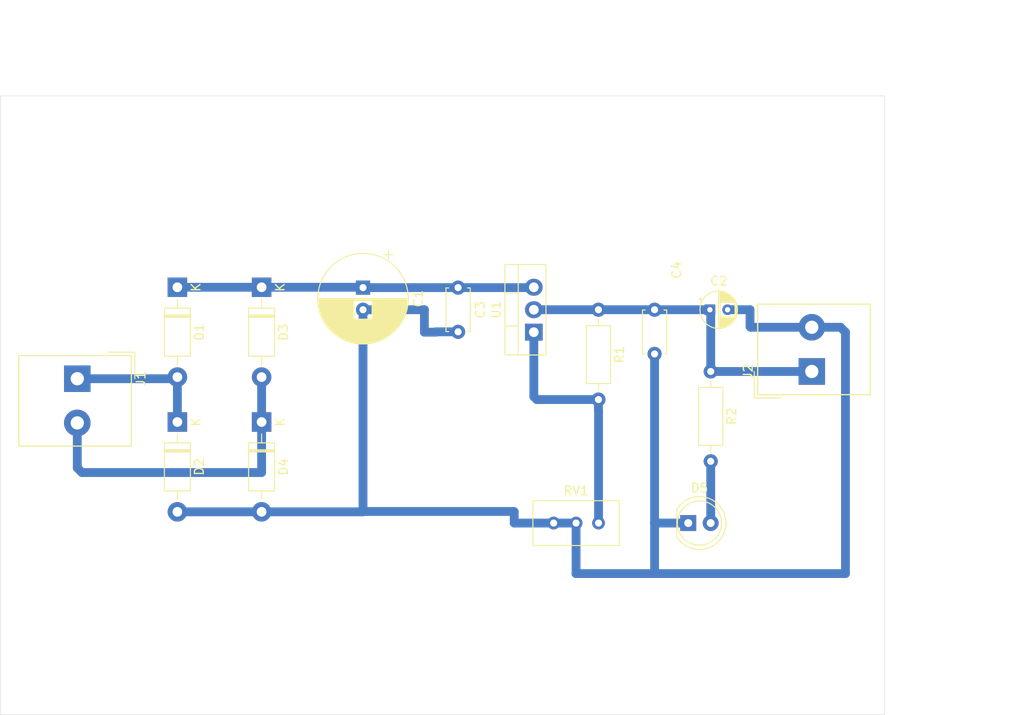
<source format=kicad_pcb>
(kicad_pcb (version 20240108) (generator "pcbnew") (generator_version "8.0")
  (layers (0 "F.Cu" signal) (31 "B.Cu" signal) (34 "B.Paste" user) (35 "F.Paste" user) (36 "B.SilkS" user "B.Silkscreen") (37 "F.SilkS" user "F.Silkscreen") (38 "B.Mask" user) (39 "F.Mask" user) (44 "Edge.Cuts" user))
  (net 0 "")
  (net 1 "GND")
  (net 2 "Net-(D1-K)")
  (net 3 "+VDC")
  (net 4 "Net-(D1-A)")
  (net 5 "Net-(D3-A)")
  (net 6 "Net-(D5-A)")
  (net 7 "Net-(U1-ADJ)")
  (footprint "Capacitor_THT:C_Disc_D4.7mm_W2.5mm_P5.00mm" (layer "F.Cu") (at 173.99 83.185 -90)
    (property "Reference" "C4" (at -4.485 -2.5 90) (layer "F.SilkS"))
    (property "Value" "0.1uF")
    (fp_line (start 0.03 1.37) (end 4.97 1.37) (stroke (width 0.12)) (layer "F.SilkS"))
    (fp_line (start 0.03 1.055) (end 0.03 1.37) (stroke (width 0.12)) (layer "F.SilkS"))
    (fp_line (start 4.97 1.055) (end 4.97 1.37) (stroke (width 0.12)) (layer "F.SilkS"))
    (fp_line (start 0.03 -1.37) (end 0.03 -1.055) (stroke (width 0.12)) (layer "F.SilkS"))
    (fp_line (start 0.03 -1.37) (end 4.97 -1.37) (stroke (width 0.12)) (layer "F.SilkS"))
    (fp_line (start 4.97 -1.37) (end 4.97 -1.055) (stroke (width 0.12)) (layer "F.SilkS"))
    (pad "1" thru_hole circle (at 0 0 270) (size 1.6 1.6) (drill 0.8) (layers "*.Cu" "*.Mask") (net 3 "+VDC"))
    (pad "2" thru_hole circle (at 5 0 270) (size 1.6 1.6) (drill 0.8) (layers "*.Cu" "*.Mask") (net 1 "GND"))
  )
  (footprint "TerminalBlock_Altech:Altech_AK300_1x02_P5.00mm_45-Degree" (layer "F.Cu") (at 191.77 90.17 90)
    (property "Reference" "J2" (at 0 -7.2 270) (layer "F.SilkS"))
    (property "Value" "Screw_Terminal_01x02")
    (fp_line (start -3 -6.5) (end 0 -6.5) (stroke (width 0.12)) (layer "F.SilkS"))
    (fp_line (start 7.62 -6.12) (end 7.62 6.62) (stroke (width 0.12)) (layer "F.SilkS"))
    (fp_line (start 7.62 -6.12) (end 7.62 6.62) (stroke (width 0.12)) (layer "F.SilkS"))
    (fp_line (start -2.62 -6.12) (end 7.62 -6.12) (stroke (width 0.12)) (layer "F.SilkS"))
    (fp_line (start -2.62 -6.12) (end 7.62 -6.12) (stroke (width 0.12)) (layer "F.SilkS"))
    (fp_line (start -2.62 -6.12) (end -2.62 6.62) (stroke (width 0.12)) (layer "F.SilkS"))
    (fp_line (start -2.62 -6.12) (end -2.62 6.62) (stroke (width 0.12)) (layer "F.SilkS"))
    (fp_line (start -3 -3.5) (end -3 -6.5) (stroke (width 0.12)) (layer "F.SilkS"))
    (fp_line (start -2.62 6.62) (end 7.62 6.62) (stroke (width 0.12)) (layer "F.SilkS"))
    (fp_line (start -2.62 6.62) (end 7.62 6.62) (stroke (width 0.12)) (layer "F.SilkS"))
    (pad "1" thru_hole rect (at 0 0 90) (size 3 3) (drill 1.5) (layers "*.Cu" "*.Mask") (net 3 "+VDC"))
    (pad "2" thru_hole circle (at 5 0 90) (size 3 3) (drill 1.5) (layers "*.Cu" "*.Mask") (net 1 "GND"))
  )
  (footprint "Package_TO_SOT_THT:TO-220-3_Vertical" (layer "F.Cu") (at 160.33 85.725 90)
    (property "Reference" "U1" (at 2.54 -4.27 270) (layer "F.SilkS"))
    (property "Value" "LM317_TO-220")
    (fp_line (start 7.66 -3.27) (end 7.66 1.371) (stroke (width 0.12)) (layer "F.SilkS"))
    (fp_line (start 4.391 -3.27) (end 4.391 -1.76) (stroke (width 0.12)) (layer "F.SilkS"))
    (fp_line (start 0.69 -3.27) (end 0.69 -1.76) (stroke (width 0.12)) (layer "F.SilkS"))
    (fp_line (start -2.58 -3.27) (end 7.66 -3.27) (stroke (width 0.12)) (layer "F.SilkS"))
    (fp_line (start -2.58 -3.27) (end -2.58 1.371) (stroke (width 0.12)) (layer "F.SilkS"))
    (fp_line (start -2.58 -1.76) (end 7.66 -1.76) (stroke (width 0.12)) (layer "F.SilkS"))
    (fp_line (start -2.58 1.371) (end 7.66 1.371) (stroke (width 0.12)) (layer "F.SilkS"))
    (pad "1" thru_hole rect (at 0 0 90) (size 1.905 2) (drill 1.1) (layers "*.Cu" "*.Mask") (net 7 "Net-(U1-ADJ)"))
    (pad "2" thru_hole oval (at 2.54 0 90) (size 1.905 2) (drill 1.1) (layers "*.Cu" "*.Mask") (net 3 "+VDC"))
    (pad "3" thru_hole oval (at 5.08 0 90) (size 1.905 2) (drill 1.1) (layers "*.Cu" "*.Mask") (net 2 "Net-(D1-K)"))
  )
  (footprint "Diode_THT:D_DO-41_SOD81_P10.16mm_Horizontal" (layer "F.Cu") (at 120.015 80.645 -90)
    (property "Reference" "D1" (at 5.08 -2.47 90) (layer "F.SilkS"))
    (property "Value" "1N4007")
    (fp_line (start 2.36 1.47) (end 7.8 1.47) (stroke (width 0.12)) (layer "F.SilkS"))
    (fp_line (start 7.8 1.47) (end 7.8 -1.47) (stroke (width 0.12)) (layer "F.SilkS"))
    (fp_line (start 1.34 0) (end 2.36 0) (stroke (width 0.12)) (layer "F.SilkS"))
    (fp_line (start 8.82 0) (end 7.8 0) (stroke (width 0.12)) (layer "F.SilkS"))
    (fp_line (start 2.36 -1.47) (end 2.36 1.47) (stroke (width 0.12)) (layer "F.SilkS"))
    (fp_line (start 3.14 -1.47) (end 3.14 1.47) (stroke (width 0.12)) (layer "F.SilkS"))
    (fp_line (start 3.26 -1.47) (end 3.26 1.47) (stroke (width 0.12)) (layer "F.SilkS"))
    (fp_line (start 3.38 -1.47) (end 3.38 1.47) (stroke (width 0.12)) (layer "F.SilkS"))
    (fp_line (start 7.8 -1.47) (end 2.36 -1.47) (stroke (width 0.12)) (layer "F.SilkS"))
    (fp_text user "K" (at 0 -2.1 90) (layer "F.SilkS"))
    (pad "1" thru_hole rect (at 0 0 270) (size 2.2 2.2) (drill 1.1) (layers "*.Cu" "*.Mask") (net 2 "Net-(D1-K)"))
    (pad "2" thru_hole oval (at 10.16 0 270) (size 2.2 2.2) (drill 1.1) (layers "*.Cu" "*.Mask") (net 4 "Net-(D1-A)"))
  )
  (footprint "LED_THT:LED_D5.0mm" (layer "F.Cu") (at 177.795 107.315)
    (property "Reference" "D5" (at 1.27 -3.96 0) (layer "F.SilkS"))
    (property "Value" "LED")
    (fp_line (start -1.29 -1.545) (end -1.29 1.545) (stroke (width 0.12)) (layer "F.SilkS"))
    (fp_arc (start -1.29 -1.54483) (mid 2.072002 -2.880433) (end 4.26 0.000462) (stroke (width 0.12)) (layer "F.SilkS"))
    (fp_arc (start 4.26 -0.000462) (mid 2.072002 2.880433) (end -1.29 1.54483) (stroke (width 0.12)) (layer "F.SilkS"))
    (fp_circle (center 1.27 0) (end 3.77 0) (stroke (width 0.12)) (fill none) (layer "F.SilkS"))
    (pad "1" thru_hole rect (at 0 0) (size 1.8 1.8) (drill 0.9) (layers "*.Cu" "*.Mask") (net 1 "GND"))
    (pad "2" thru_hole circle (at 2.54 0) (size 1.8 1.8) (drill 0.9) (layers "*.Cu" "*.Mask") (net 6 "Net-(D5-A)"))
  )
  (footprint "TerminalBlock_Altech:Altech_AK300_1x02_P5.00mm_45-Degree" (layer "F.Cu") (at 108.6925 90.9875 -90)
    (property "Reference" "J1" (at 0 -7.2 90) (layer "F.SilkS"))
    (property "Value" "Screw_Terminal_01x02")
    (fp_line (start -2.62 6.62) (end 7.62 6.62) (stroke (width 0.12)) (layer "F.SilkS"))
    (fp_line (start -2.62 6.62) (end 7.62 6.62) (stroke (width 0.12)) (layer "F.SilkS"))
    (fp_line (start -3 -3.5) (end -3 -6.5) (stroke (width 0.12)) (layer "F.SilkS"))
    (fp_line (start -2.62 -6.12) (end -2.62 6.62) (stroke (width 0.12)) (layer "F.SilkS"))
    (fp_line (start -2.62 -6.12) (end -2.62 6.62) (stroke (width 0.12)) (layer "F.SilkS"))
    (fp_line (start -2.62 -6.12) (end 7.62 -6.12) (stroke (width 0.12)) (layer "F.SilkS"))
    (fp_line (start -2.62 -6.12) (end 7.62 -6.12) (stroke (width 0.12)) (layer "F.SilkS"))
    (fp_line (start 7.62 -6.12) (end 7.62 6.62) (stroke (width 0.12)) (layer "F.SilkS"))
    (fp_line (start 7.62 -6.12) (end 7.62 6.62) (stroke (width 0.12)) (layer "F.SilkS"))
    (fp_line (start -3 -6.5) (end 0 -6.5) (stroke (width 0.12)) (layer "F.SilkS"))
    (pad "1" thru_hole rect (at 0 0 270) (size 3 3) (drill 1.5) (layers "*.Cu" "*.Mask") (net 4 "Net-(D1-A)"))
    (pad "2" thru_hole circle (at 5 0 270) (size 3 3) (drill 1.5) (layers "*.Cu" "*.Mask") (net 5 "Net-(D3-A)"))
  )
  (footprint "Diode_THT:D_DO-41_SOD81_P10.16mm_Horizontal" (layer "F.Cu") (at 129.54 95.885 -90)
    (property "Reference" "D4" (at 5.08 -2.47 90) (layer "F.SilkS"))
    (property "Value" "1N4007")
    (fp_line (start 2.36 1.47) (end 7.8 1.47) (stroke (width 0.12)) (layer "F.SilkS"))
    (fp_line (start 7.8 1.47) (end 7.8 -1.47) (stroke (width 0.12)) (layer "F.SilkS"))
    (fp_line (start 1.34 0) (end 2.36 0) (stroke (width 0.12)) (layer "F.SilkS"))
    (fp_line (start 8.82 0) (end 7.8 0) (stroke (width 0.12)) (layer "F.SilkS"))
    (fp_line (start 2.36 -1.47) (end 2.36 1.47) (stroke (width 0.12)) (layer "F.SilkS"))
    (fp_line (start 3.14 -1.47) (end 3.14 1.47) (stroke (width 0.12)) (layer "F.SilkS"))
    (fp_line (start 3.26 -1.47) (end 3.26 1.47) (stroke (width 0.12)) (layer "F.SilkS"))
    (fp_line (start 3.38 -1.47) (end 3.38 1.47) (stroke (width 0.12)) (layer "F.SilkS"))
    (fp_line (start 7.8 -1.47) (end 2.36 -1.47) (stroke (width 0.12)) (layer "F.SilkS"))
    (fp_text user "K" (at 0 -2.1 90) (layer "F.SilkS"))
    (pad "1" thru_hole rect (at 0 0 270) (size 2.2 2.2) (drill 1.1) (layers "*.Cu" "*.Mask") (net 5 "Net-(D3-A)"))
    (pad "2" thru_hole oval (at 10.16 0 270) (size 2.2 2.2) (drill 1.1) (layers "*.Cu" "*.Mask") (net 1 "GND"))
  )
  (footprint "Capacitor_THT:CP_Radial_D10.0mm_P2.50mm" (layer "F.Cu") (at 141.01 80.685 -90)
    (property "Reference" "C1" (at 1.25 -6.25 90) (layer "F.SilkS"))
    (property "Value" "1000uF")
    (fp_line (start 1.49 1.04) (end 1.49 5.075) (stroke (width 0.12)) (layer "F.SilkS"))
    (fp_line (start 1.53 1.04) (end 1.53 5.073) (stroke (width 0.12)) (layer "F.SilkS"))
    (fp_line (start 1.57 1.04) (end 1.57 5.07) (stroke (width 0.12)) (layer "F.SilkS"))
    (fp_line (start 1.61 1.04) (end 1.61 5.068) (stroke (width 0.12)) (layer "F.SilkS"))
    (fp_line (start 1.65 1.04) (end 1.65 5.065) (stroke (width 0.12)) (layer "F.SilkS"))
    (fp_line (start 1.69 1.04) (end 1.69 5.062) (stroke (width 0.12)) (layer "F.SilkS"))
    (fp_line (start 1.73 1.04) (end 1.73 5.058) (stroke (width 0.12)) (layer "F.SilkS"))
    (fp_line (start 1.77 1.04) (end 1.77 5.054) (stroke (width 0.12)) (layer "F.SilkS"))
    (fp_line (start 1.81 1.04) (end 1.81 5.05) (stroke (width 0.12)) (layer "F.SilkS"))
    (fp_line (start 1.85 1.04) (end 1.85 5.045) (stroke (width 0.12)) (layer "F.SilkS"))
    (fp_line (start 1.89 1.04) (end 1.89 5.04) (stroke (width 0.12)) (layer "F.SilkS"))
    (fp_line (start 1.93 1.04) (end 1.93 5.035) (stroke (width 0.12)) (layer "F.SilkS"))
    (fp_line (start 1.971 1.04) (end 1.971 5.03) (stroke (width 0.12)) (layer "F.SilkS"))
    (fp_line (start 2.011 1.04) (end 2.011 5.024) (stroke (width 0.12)) (layer "F.SilkS"))
    (fp_line (start 2.051 1.04) (end 2.051 5.018) (stroke (width 0.12)) (layer "F.SilkS"))
    (fp_line (start 2.091 1.04) (end 2.091 5.011) (stroke (width 0.12)) (layer "F.SilkS"))
    (fp_line (start 2.131 1.04) (end 2.131 5.004) (stroke (width 0.12)) (layer "F.SilkS"))
    (fp_line (start 2.171 1.04) (end 2.171 4.997) (stroke (width 0.12)) (layer "F.SilkS"))
    (fp_line (start 2.211 1.04) (end 2.211 4.99) (stroke (width 0.12)) (layer "F.SilkS"))
    (fp_line (start 2.251 1.04) (end 2.251 4.982) (stroke (width 0.12)) (layer "F.SilkS"))
    (fp_line (start 2.291 1.04) (end 2.291 4.974) (stroke (width 0.12)) (layer "F.SilkS"))
    (fp_line (start 2.331 1.04) (end 2.331 4.965) (stroke (width 0.12)) (layer "F.SilkS"))
    (fp_line (start 2.371 1.04) (end 2.371 4.956) (stroke (width 0.12)) (layer "F.SilkS"))
    (fp_line (start 2.411 1.04) (end 2.411 4.947) (stroke (width 0.12)) (layer "F.SilkS"))
    (fp_line (start 2.451 1.04) (end 2.451 4.938) (stroke (width 0.12)) (layer "F.SilkS"))
    (fp_line (start 2.491 1.04) (end 2.491 4.928) (stroke (width 0.12)) (layer "F.SilkS"))
    (fp_line (start 2.531 1.04) (end 2.531 4.918) (stroke (width 0.12)) (layer "F.SilkS"))
    (fp_line (start 2.571 1.04) (end 2.571 4.907) (stroke (width 0.12)) (layer "F.SilkS"))
    (fp_line (start 2.611 1.04) (end 2.611 4.897) (stroke (width 0.12)) (layer "F.SilkS"))
    (fp_line (start 2.651 1.04) (end 2.651 4.885) (stroke (width 0.12)) (layer "F.SilkS"))
    (fp_line (start 2.691 1.04) (end 2.691 4.874) (stroke (width 0.12)) (layer "F.SilkS"))
    (fp_line (start 2.731 1.04) (end 2.731 4.862) (stroke (width 0.12)) (layer "F.SilkS"))
    (fp_line (start 2.771 1.04) (end 2.771 4.85) (stroke (width 0.12)) (layer "F.SilkS"))
    (fp_line (start 2.811 1.04) (end 2.811 4.837) (stroke (width 0.12)) (layer "F.SilkS"))
    (fp_line (start 2.851 1.04) (end 2.851 4.824) (stroke (width 0.12)) (layer "F.SilkS"))
    (fp_line (start 2.891 1.04) (end 2.891 4.811) (stroke (width 0.12)) (layer "F.SilkS"))
    (fp_line (start 2.931 1.04) (end 2.931 4.797) (stroke (width 0.12)) (layer "F.SilkS"))
    (fp_line (start 2.971 1.04) (end 2.971 4.783) (stroke (width 0.12)) (layer "F.SilkS"))
    (fp_line (start 3.011 1.04) (end 3.011 4.768) (stroke (width 0.12)) (layer "F.SilkS"))
    (fp_line (start 3.051 1.04) (end 3.051 4.754) (stroke (width 0.12)) (layer "F.SilkS"))
    (fp_line (start 3.091 1.04) (end 3.091 4.738) (stroke (width 0.12)) (layer "F.SilkS"))
    (fp_line (start 3.131 1.04) (end 3.131 4.723) (stroke (width 0.12)) (layer "F.SilkS"))
    (fp_line (start 3.171 1.04) (end 3.171 4.707) (stroke (width 0.12)) (layer "F.SilkS"))
    (fp_line (start 3.211 1.04) (end 3.211 4.69) (stroke (width 0.12)) (layer "F.SilkS"))
    (fp_line (start 3.251 1.04) (end 3.251 4.674) (stroke (width 0.12)) (layer "F.SilkS"))
    (fp_line (start 3.291 1.04) (end 3.291 4.657) (stroke (width 0.12)) (layer "F.SilkS"))
    (fp_line (start 3.331 1.04) (end 3.331 4.639) (stroke (width 0.12)) (layer "F.SilkS"))
    (fp_line (start 3.371 1.04) (end 3.371 4.621) (stroke (width 0.12)) (layer "F.SilkS"))
    (fp_line (start 3.411 1.04) (end 3.411 4.603) (stroke (width 0.12)) (layer "F.SilkS"))
    (fp_line (start 3.451 1.04) (end 3.451 4.584) (stroke (width 0.12)) (layer "F.SilkS"))
    (fp_line (start 3.491 1.04) (end 3.491 4.564) (stroke (width 0.12)) (layer "F.SilkS"))
    (fp_line (start 3.531 1.04) (end 3.531 4.545) (stroke (width 0.12)) (layer "F.SilkS"))
    (fp_line (start 6.331 -0.599) (end 6.331 0.599) (stroke (width 0.12)) (layer "F.SilkS"))
    (fp_line (start 6.291 -0.862) (end 6.291 0.862) (stroke (width 0.12)) (layer "F.SilkS"))
    (fp_line (start 6.251 -1.062) (end 6.251 1.062) (stroke (width 0.12)) (layer "F.SilkS"))
    (fp_line (start 6.211 -1.23) (end 6.211 1.23) (stroke (width 0.12)) (layer "F.SilkS"))
    (fp_line (start 6.171 -1.378) (end 6.171 1.378) (stroke (width 0.12)) (layer "F.SilkS"))
    (fp_line (start 6.131 -1.51) (end 6.131 1.51) (stroke (width 0.12)) (layer "F.SilkS"))
    (fp_line (start 6.091 -1.63) (end 6.091 1.63) (stroke (width 0.12)) (layer "F.SilkS"))
    (fp_line (start 6.051 -1.742) (end 6.051 1.742) (stroke (width 0.12)) (layer "F.SilkS"))
    (fp_line (start 6.011 -1.846) (end 6.011 1.846) (stroke (width 0.12)) (layer "F.SilkS"))
    (fp_line (start 5.971 -1.944) (end 5.971 1.944) (stroke (width 0.12)) (layer "F.SilkS"))
    (fp_line (start 5.931 -2.037) (end 5.931 2.037) (stroke (width 0.12)) (layer "F.SilkS"))
    (fp_line (start 5.891 -2.125) (end 5.891 2.125) (stroke (width 0.12)) (layer "F.SilkS"))
    (fp_line (start 5.851 -2.209) (end 5.851 2.209) (stroke (width 0.12)) (layer "F.SilkS"))
    (fp_line (start 5.811 -2.289) (end 5.811 2.289) (stroke (width 0.12)) (layer "F.SilkS"))
    (fp_line (start 5.771 -2.365) (end 5.771 2.365) (stroke (width 0.12)) (layer "F.SilkS"))
    (fp_line (start 5.731 -2.439) (end 5.731 2.439) (stroke (width 0.12)) (layer "F.SilkS"))
    (fp_line (start 5.691 -2.51) (end 5.691 2.51) (stroke (width 0.12)) (layer "F.SilkS"))
    (fp_line (start 5.651 -2.579) (end 5.651 2.579) (stroke (width 0.12)) (layer "F.SilkS"))
    (fp_line (start 5.611 -2.645) (end 5.611 2.645) (stroke (width 0.12)) (layer "F.SilkS"))
    (fp_line (start 5.571 -2.709) (end 5.571 2.709) (stroke (width 0.12)) (layer "F.SilkS"))
    (fp_line (start 5.531 -2.77) (end 5.531 2.77) (stroke (width 0.12)) (layer "F.SilkS"))
    (fp_line (start 5.491 -2.83) (end 5.491 2.83) (stroke (width 0.12)) (layer "F.SilkS"))
    (fp_line (start -4.229646 -2.875) (end -3.229646 -2.875) (stroke (width 0.12)) (layer "F.SilkS"))
    (fp_line (start 5.451 -2.889) (end 5.451 2.889) (stroke (width 0.12)) (layer "F.SilkS"))
    (fp_line (start 5.411 -2.945) (end 5.411 2.945) (stroke (width 0.12)) (layer "F.SilkS"))
    (fp_line (start 5.371 -3) (end 5.371 3) (stroke (width 0.12)) (layer "F.SilkS"))
    (fp_line (start 5.331 -3.054) (end 5.331 3.054) (stroke (width 0.12)) (layer "F.SilkS"))
    (fp_line (start 5.291 -3.106) (end 5.291 3.106) (stroke (width 0.12)) (layer "F.SilkS"))
    (fp_line (start 5.251 -3.156) (end 5.251 3.156) (stroke (width 0.12)) (layer "F.SilkS"))
    (fp_line (start 5.211 -3.206) (end 5.211 3.206) (stroke (width 0.12)) (layer "F.SilkS"))
    (fp_line (start 5.171 -3.254) (end 5.171 3.254) (stroke (width 0.12)) (layer "F.SilkS"))
    (fp_line (start 5.131 -3.301) (end 5.131 3.301) (stroke (width 0.12)) (layer "F.SilkS"))
    (fp_line (start 5.091 -3.347) (end 5.091 3.347) (stroke (width 0.12)) (layer "F.SilkS"))
    (fp_line (start -3.729646 -3.375) (end -3.729646 -2.375) (stroke (width 0.12)) (layer "F.SilkS"))
    (fp_line (start 5.051 -3.392) (end 5.051 3.392) (stroke (width 0.12)) (layer "F.SilkS"))
    (fp_line (start 5.011 -3.436) (end 5.011 3.436) (stroke (width 0.12)) (layer "F.SilkS"))
    (fp_line (start 4.971 -3.478) (end 4.971 3.478) (stroke (width 0.12)) (layer "F.SilkS"))
    (fp_line (start 4.931 -3.52) (end 4.931 3.52) (stroke (width 0.12)) (layer "F.SilkS"))
    (fp_line (start 4.891 -3.561) (end 4.891 3.561) (stroke (width 0.12)) (layer "F.SilkS"))
    (fp_line (start 4.851 -3.601) (end 4.851 3.601) (stroke (width 0.12)) (layer "F.SilkS"))
    (fp_line (start 4.811 -3.64) (end 4.811 3.64) (stroke (width 0.12)) (layer "F.SilkS"))
    (fp_line (start 4.771 -3.679) (end 4.771 3.679) (stroke (width 0.12)) (layer "F.SilkS"))
    (fp_line (start 4.731 -3.716) (end 4.731 3.716) (stroke (width 0.12)) (layer "F.SilkS"))
    (fp_line (start 4.691 -3.753) (end 4.691 3.753) (stroke (width 0.12)) (layer "F.SilkS"))
    (fp_line (start 4.651 -3.789) (end 4.651 3.789) (stroke (width 0.12)) (layer "F.SilkS"))
    (fp_line (start 4.611 -3.824) (end 4.611 3.824) (stroke (width 0.12)) (layer "F.SilkS"))
    (fp_line (start 4.571 -3.858) (end 4.571 3.858) (stroke (width 0.12)) (layer "F.SilkS"))
    (fp_line (start 4.531 -3.892) (end 4.531 3.892) (stroke (width 0.12)) (layer "F.SilkS"))
    (fp_line (start 4.491 -3.925) (end 4.491 3.925) (stroke (width 0.12)) (layer "F.SilkS"))
    (fp_line (start 4.451 -3.957) (end 4.451 3.957) (stroke (width 0.12)) (layer "F.SilkS"))
    (fp_line (start 4.411 -3.989) (end 4.411 3.989) (stroke (width 0.12)) (layer "F.SilkS"))
    (fp_line (start 4.371 -4.02) (end 4.371 4.02) (stroke (width 0.12)) (layer "F.SilkS"))
    (fp_line (start 4.331 -4.05) (end 4.331 4.05) (stroke (width 0.12)) (layer "F.SilkS"))
    (fp_line (start 4.291 -4.08) (end 4.291 4.08) (stroke (width 0.12)) (layer "F.SilkS"))
    (fp_line (start 4.251 -4.11) (end 4.251 4.11) (stroke (width 0.12)) (layer "F.SilkS"))
    (fp_line (start 4.211 -4.138) (end 4.211 4.138) (stroke (width 0.12)) (layer "F.SilkS"))
    (fp_line (start 4.171 -4.166) (end 4.171 4.166) (stroke (width 0.12)) (layer "F.SilkS"))
    (fp_line (start 4.131 -4.194) (end 4.131 4.194) (stroke (width 0.12)) (layer "F.SilkS"))
    (fp_line (start 4.091 -4.221) (end 4.091 4.221) (stroke (width 0.12)) (layer "F.SilkS"))
    (fp_line (start 4.051 -4.247) (end 4.051 4.247) (stroke (width 0.12)) (layer "F.SilkS"))
    (fp_line (start 4.011 -4.273) (end 4.011 4.273) (stroke (width 0.12)) (layer "F.SilkS"))
    (fp_line (start 3.971 -4.298) (end 3.971 4.298) (stroke (width 0.12)) (layer "F.SilkS"))
    (fp_line (start 3.931 -4.323) (end 3.931 4.323) (stroke (width 0.12)) (layer "F.SilkS"))
    (fp_line (start 3.891 -4.347) (end 3.891 4.347) (stroke (width 0.12)) (layer "F.SilkS"))
    (fp_line (start 3.851 -4.371) (end 3.851 4.371) (stroke (width 0.12)) (layer "F.SilkS"))
    (fp_line (start 3.811 -4.395) (end 3.811 4.395) (stroke (width 0.12)) (layer "F.SilkS"))
    (fp_line (start 3.771 -4.417) (end 3.771 4.417) (stroke (width 0.12)) (layer "F.SilkS"))
    (fp_line (start 3.731 -4.44) (end 3.731 4.44) (stroke (width 0.12)) (layer "F.SilkS"))
    (fp_line (start 3.691 -4.462) (end 3.691 4.462) (stroke (width 0.12)) (layer "F.SilkS"))
    (fp_line (start 3.651 -4.483) (end 3.651 4.483) (stroke (width 0.12)) (layer "F.SilkS"))
    (fp_line (start 3.611 -4.504) (end 3.611 4.504) (stroke (width 0.12)) (layer "F.SilkS"))
    (fp_line (start 3.571 -4.525) (end 3.571 4.525) (stroke (width 0.12)) (layer "F.SilkS"))
    (fp_line (start 3.531 -4.545) (end 3.531 -1.04) (stroke (width 0.12)) (layer "F.SilkS"))
    (fp_line (start 3.491 -4.564) (end 3.491 -1.04) (stroke (width 0.12)) (layer "F.SilkS"))
    (fp_line (start 3.451 -4.584) (end 3.451 -1.04) (stroke (width 0.12)) (layer "F.SilkS"))
    (fp_line (start 3.411 -4.603) (end 3.411 -1.04) (stroke (width 0.12)) (layer "F.SilkS"))
    (fp_line (start 3.371 -4.621) (end 3.371 -1.04) (stroke (width 0.12)) (layer "F.SilkS"))
    (fp_line (start 3.331 -4.639) (end 3.331 -1.04) (stroke (width 0.12)) (layer "F.SilkS"))
    (fp_line (start 3.291 -4.657) (end 3.291 -1.04) (stroke (width 0.12)) (layer "F.SilkS"))
    (fp_line (start 3.251 -4.674) (end 3.251 -1.04) (stroke (width 0.12)) (layer "F.SilkS"))
    (fp_line (start 3.211 -4.69) (end 3.211 -1.04) (stroke (width 0.12)) (layer "F.SilkS"))
    (fp_line (start 3.171 -4.707) (end 3.171 -1.04) (stroke (width 0.12)) (layer "F.SilkS"))
    (fp_line (start 3.131 -4.723) (end 3.131 -1.04) (stroke (width 0.12)) (layer "F.SilkS"))
    (fp_line (start 3.091 -4.738) (end 3.091 -1.04) (stroke (width 0.12)) (layer "F.SilkS"))
    (fp_line (start 3.051 -4.754) (end 3.051 -1.04) (stroke (width 0.12)) (layer "F.SilkS"))
    (fp_line (start 3.011 -4.768) (end 3.011 -1.04) (stroke (width 0.12)) (layer "F.SilkS"))
    (fp_line (start 2.971 -4.783) (end 2.971 -1.04) (stroke (width 0.12)) (layer "F.SilkS"))
    (fp_line (start 2.931 -4.797) (end 2.931 -1.04) (stroke (width 0.12)) (layer "F.SilkS"))
    (fp_line (start 2.891 -4.811) (end 2.891 -1.04) (stroke (width 0.12)) (layer "F.SilkS"))
    (fp_line (start 2.851 -4.824) (end 2.851 -1.04) (stroke (width 0.12)) (layer "F.SilkS"))
    (fp_line (start 2.811 -4.837) (end 2.811 -1.04) (stroke (width 0.12)) (layer "F.SilkS"))
    (fp_line (start 2.771 -4.85) (end 2.771 -1.04) (stroke (width 0.12)) (layer "F.SilkS"))
    (fp_line (start 2.731 -4.862) (end 2.731 -1.04) (stroke (width 0.12)) (layer "F.SilkS"))
    (fp_line (start 2.691 -4.874) (end 2.691 -1.04) (stroke (width 0.12)) (layer "F.SilkS"))
    (fp_line (start 2.651 -4.885) (end 2.651 -1.04) (stroke (width 0.12)) (layer "F.SilkS"))
    (fp_line (start 2.611 -4.897) (end 2.611 -1.04) (stroke (width 0.12)) (layer "F.SilkS"))
    (fp_line (start 2.571 -4.907) (end 2.571 -1.04) (stroke (width 0.12)) (layer "F.SilkS"))
    (fp_line (start 2.531 -4.918) (end 2.531 -1.04) (stroke (width 0.12)) (layer "F.SilkS"))
    (fp_line (start 2.491 -4.928) (end 2.491 -1.04) (stroke (width 0.12)) (layer "F.SilkS"))
    (fp_line (start 2.451 -4.938) (end 2.451 -1.04) (stroke (width 0.12)) (layer "F.SilkS"))
    (fp_line (start 2.411 -4.947) (end 2.411 -1.04) (stroke (width 0.12)) (layer "F.SilkS"))
    (fp_line (start 2.371 -4.956) (end 2.371 -1.04) (stroke (width 0.12)) (layer "F.SilkS"))
    (fp_line (start 2.331 -4.965) (end 2.331 -1.04) (stroke (width 0.12)) (layer "F.SilkS"))
    (fp_line (start 2.291 -4.974) (end 2.291 -1.04) (stroke (width 0.12)) (layer "F.SilkS"))
    (fp_line (start 2.251 -4.982) (end 2.251 -1.04) (stroke (width 0.12)) (layer "F.SilkS"))
    (fp_line (start 2.211 -4.99) (end 2.211 -1.04) (stroke (width 0.12)) (layer "F.SilkS"))
    (fp_line (start 2.171 -4.997) (end 2.171 -1.04) (stroke (width 0.12)) (layer "F.SilkS"))
    (fp_line (start 2.131 -5.004) (end 2.131 -1.04) (stroke (width 0.12)) (layer "F.SilkS"))
    (fp_line (start 2.091 -5.011) (end 2.091 -1.04) (stroke (width 0.12)) (layer "F.SilkS"))
    (fp_line (start 2.051 -5.018) (end 2.051 -1.04) (stroke (width 0.12)) (layer "F.SilkS"))
    (fp_line (start 2.011 -5.024) (end 2.011 -1.04) (stroke (width 0.12)) (layer "F.SilkS"))
    (fp_line (start 1.971 -5.03) (end 1.971 -1.04) (stroke (width 0.12)) (layer "F.SilkS"))
    (fp_line (start 1.93 -5.035) (end 1.93 -1.04) (stroke (width 0.12)) (layer "F.SilkS"))
    (fp_line (start 1.89 -5.04) (end 1.89 -1.04) (stroke (width 0.12)) (layer "F.SilkS"))
    (fp_line (start 1.85 -5.045) (end 1.85 -1.04) (stroke (width 0.12)) (layer "F.SilkS"))
    (fp_line (start 1.81 -5.05) (end 1.81 -1.04) (stroke (width 0.12)) (layer "F.SilkS"))
    (fp_line (start 1.77 -5.054) (end 1.77 -1.04) (stroke (width 0.12)) (layer "F.SilkS"))
    (fp_line (start 1.73 -5.058) (end 1.73 -1.04) (stroke (width 0.12)) (layer "F.SilkS"))
    (fp_line (start 1.69 -5.062) (end 1.69 -1.04) (stroke (width 0.12)) (layer "F.SilkS"))
    (fp_line (start 1.65 -5.065) (end 1.65 -1.04) (stroke (width 0.12)) (layer "F.SilkS"))
    (fp_line (start 1.61 -5.068) (end 1.61 -1.04) (stroke (width 0.12)) (layer "F.SilkS"))
    (fp_line (start 1.57 -5.07) (end 1.57 -1.04) (stroke (width 0.12)) (layer "F.SilkS"))
    (fp_line (start 1.53 -5.073) (end 1.53 -1.04) (stroke (width 0.12)) (layer "F.SilkS"))
    (fp_line (start 1.49 -5.075) (end 1.49 -1.04) (stroke (width 0.12)) (layer "F.SilkS"))
    (fp_line (start 1.45 -5.077) (end 1.45 5.077) (stroke (width 0.12)) (layer "F.SilkS"))
    (fp_line (start 1.41 -5.078) (end 1.41 5.078) (stroke (width 0.12)) (layer "F.SilkS"))
    (fp_line (start 1.37 -5.079) (end 1.37 5.079) (stroke (width 0.12)) (layer "F.SilkS"))
    (fp_line (start 1.25 -5.08) (end 1.25 5.08) (stroke (width 0.12)) (layer "F.SilkS"))
    (fp_line (start 1.29 -5.08) (end 1.29 5.08) (stroke (width 0.12)) (layer "F.SilkS"))
    (fp_line (start 1.33 -5.08) (end 1.33 5.08) (stroke (width 0.12)) (layer "F.SilkS"))
    (fp_circle (center 1.25 0) (end 6.37 0) (stroke (width 0.12)) (fill none) (layer "F.SilkS"))
    (pad "1" thru_hole rect (at 0 0 270) (size 1.6 1.6) (drill 0.8) (layers "*.Cu" "*.Mask") (net 2 "Net-(D1-K)"))
    (pad "2" thru_hole circle (at 2.5 0 270) (size 1.6 1.6) (drill 0.8) (layers "*.Cu" "*.Mask") (net 1 "GND"))
  )
  (footprint "Resistor_THT:R_Axial_DIN0207_L6.3mm_D2.5mm_P10.16mm_Horizontal" (layer "F.Cu") (at 167.64 83.185 -90)
    (property "Reference" "R1" (at 5.08 -2.37 90) (layer "F.SilkS"))
    (property "Value" "220Ohm")
    (fp_line (start 1.81 1.37) (end 8.35 1.37) (stroke (width 0.12)) (layer "F.SilkS"))
    (fp_line (start 8.35 1.37) (end 8.35 -1.37) (stroke (width 0.12)) (layer "F.SilkS"))
    (fp_line (start 1.04 0) (end 1.81 0) (stroke (width 0.12)) (layer "F.SilkS"))
    (fp_line (start 9.12 0) (end 8.35 0) (stroke (width 0.12)) (layer "F.SilkS"))
    (fp_line (start 1.81 -1.37) (end 1.81 1.37) (stroke (width 0.12)) (layer "F.SilkS"))
    (fp_line (start 8.35 -1.37) (end 1.81 -1.37) (stroke (width 0.12)) (layer "F.SilkS"))
    (pad "1" thru_hole circle (at 0 0 270) (size 1.6 1.6) (drill 0.8) (layers "*.Cu" "*.Mask") (net 3 "+VDC"))
    (pad "2" thru_hole oval (at 10.16 0 270) (size 1.6 1.6) (drill 0.8) (layers "*.Cu" "*.Mask") (net 7 "Net-(U1-ADJ)"))
  )
  (footprint "Capacitor_THT:CP_Radial_D4.0mm_P2.00mm" (layer "F.Cu") (at 180.245 83.185)
    (property "Reference" "C2" (at 1 -3.25 360) (layer "F.SilkS"))
    (property "Value" "10uF")
    (fp_line (start -1.269801 -1.195) (end -0.869801 -1.195) (stroke (width 0.12)) (layer "F.SilkS"))
    (fp_line (start -1.069801 -1.395) (end -1.069801 -0.995) (stroke (width 0.12)) (layer "F.SilkS"))
    (fp_line (start 1 -2.08) (end 1 2.08) (stroke (width 0.12)) (layer "F.SilkS"))
    (fp_line (start 1.04 -2.08) (end 1.04 2.08) (stroke (width 0.12)) (layer "F.SilkS"))
    (fp_line (start 1.08 -2.079) (end 1.08 2.079) (stroke (width 0.12)) (layer "F.SilkS"))
    (fp_line (start 1.12 -2.077) (end 1.12 2.077) (stroke (width 0.12)) (layer "F.SilkS"))
    (fp_line (start 1.16 -2.074) (end 1.16 2.074) (stroke (width 0.12)) (layer "F.SilkS"))
    (fp_line (start 1.2 -2.071) (end 1.2 -0.84) (stroke (width 0.12)) (layer "F.SilkS"))
    (fp_line (start 1.2 0.84) (end 1.2 2.071) (stroke (width 0.12)) (layer "F.SilkS"))
    (fp_line (start 1.24 -2.067) (end 1.24 -0.84) (stroke (width 0.12)) (layer "F.SilkS"))
    (fp_line (start 1.24 0.84) (end 1.24 2.067) (stroke (width 0.12)) (layer "F.SilkS"))
    (fp_line (start 1.28 -2.062) (end 1.28 -0.84) (stroke (width 0.12)) (layer "F.SilkS"))
    (fp_line (start 1.28 0.84) (end 1.28 2.062) (stroke (width 0.12)) (layer "F.SilkS"))
    (fp_line (start 1.32 -2.056) (end 1.32 -0.84) (stroke (width 0.12)) (layer "F.SilkS"))
    (fp_line (start 1.32 0.84) (end 1.32 2.056) (stroke (width 0.12)) (layer "F.SilkS"))
    (fp_line (start 1.36 -2.05) (end 1.36 -0.84) (stroke (width 0.12)) (layer "F.SilkS"))
    (fp_line (start 1.36 0.84) (end 1.36 2.05) (stroke (width 0.12)) (layer "F.SilkS"))
    (fp_line (start 1.4 -2.042) (end 1.4 -0.84) (stroke (width 0.12)) (layer "F.SilkS"))
    (fp_line (start 1.4 0.84) (end 1.4 2.042) (stroke (width 0.12)) (layer "F.SilkS"))
    (fp_line (start 1.44 -2.034) (end 1.44 -0.84) (stroke (width 0.12)) (layer "F.SilkS"))
    (fp_line (start 1.44 0.84) (end 1.44 2.034) (stroke (width 0.12)) (layer "F.SilkS"))
    (fp_line (start 1.48 -2.025) (end 1.48 -0.84) (stroke (width 0.12)) (layer "F.SilkS"))
    (fp_line (start 1.48 0.84) (end 1.48 2.025) (stroke (width 0.12)) (layer "F.SilkS"))
    (fp_line (start 1.52 -2.016) (end 1.52 -0.84) (stroke (width 0.12)) (layer "F.SilkS"))
    (fp_line (start 1.52 0.84) (end 1.52 2.016) (stroke (width 0.12)) (layer "F.SilkS"))
    (fp_line (start 1.56 -2.005) (end 1.56 -0.84) (stroke (width 0.12)) (layer "F.SilkS"))
    (fp_line (start 1.56 0.84) (end 1.56 2.005) (stroke (width 0.12)) (layer "F.SilkS"))
    (fp_line (start 1.6 -1.994) (end 1.6 -0.84) (stroke (width 0.12)) (layer "F.SilkS"))
    (fp_line (start 1.6 0.84) (end 1.6 1.994) (stroke (width 0.12)) (layer "F.SilkS"))
    (fp_line (start 1.64 -1.982) (end 1.64 -0.84) (stroke (width 0.12)) (layer "F.SilkS"))
    (fp_line (start 1.64 0.84) (end 1.64 1.982) (stroke (width 0.12)) (layer "F.SilkS"))
    (fp_line (start 1.68 -1.968) (end 1.68 -0.84) (stroke (width 0.12)) (layer "F.SilkS"))
    (fp_line (start 1.68 0.84) (end 1.68 1.968) (stroke (width 0.12)) (layer "F.SilkS"))
    (fp_line (start 1.721 -1.954) (end 1.721 -0.84) (stroke (width 0.12)) (layer "F.SilkS"))
    (fp_line (start 1.721 0.84) (end 1.721 1.954) (stroke (width 0.12)) (layer "F.SilkS"))
    (fp_line (start 1.761 -1.94) (end 1.761 -0.84) (stroke (width 0.12)) (layer "F.SilkS"))
    (fp_line (start 1.761 0.84) (end 1.761 1.94) (stroke (width 0.12)) (layer "F.SilkS"))
    (fp_line (start 1.801 -1.924) (end 1.801 -0.84) (stroke (width 0.12)) (layer "F.SilkS"))
    (fp_line (start 1.801 0.84) (end 1.801 1.924) (stroke (width 0.12)) (layer "F.SilkS"))
    (fp_line (start 1.841 -1.907) (end 1.841 -0.84) (stroke (width 0.12)) (layer "F.SilkS"))
    (fp_line (start 1.841 0.84) (end 1.841 1.907) (stroke (width 0.12)) (layer "F.SilkS"))
    (fp_line (start 1.881 -1.889) (end 1.881 -0.84) (stroke (width 0.12)) (layer "F.SilkS"))
    (fp_line (start 1.881 0.84) (end 1.881 1.889) (stroke (width 0.12)) (layer "F.SilkS"))
    (fp_line (start 1.921 -1.87) (end 1.921 -0.84) (stroke (width 0.12)) (layer "F.SilkS"))
    (fp_line (start 1.921 0.84) (end 1.921 1.87) (stroke (width 0.12)) (layer "F.SilkS"))
    (fp_line (start 1.961 -1.851) (end 1.961 -0.84) (stroke (width 0.12)) (layer "F.SilkS"))
    (fp_line (start 1.961 0.84) (end 1.961 1.851) (stroke (width 0.12)) (layer "F.SilkS"))
    (fp_line (start 2.001 -1.83) (end 2.001 -0.84) (stroke (width 0.12)) (layer "F.SilkS"))
    (fp_line (start 2.001 0.84) (end 2.001 1.83) (stroke (width 0.12)) (layer "F.SilkS"))
    (fp_line (start 2.041 -1.808) (end 2.041 -0.84) (stroke (width 0.12)) (layer "F.SilkS"))
    (fp_line (start 2.041 0.84) (end 2.041 1.808) (stroke (width 0.12)) (layer "F.SilkS"))
    (fp_line (start 2.081 -1.785) (end 2.081 -0.84) (stroke (width 0.12)) (layer "F.SilkS"))
    (fp_line (start 2.081 0.84) (end 2.081 1.785) (stroke (width 0.12)) (layer "F.SilkS"))
    (fp_line (start 2.121 -1.76) (end 2.121 -0.84) (stroke (width 0.12)) (layer "F.SilkS"))
    (fp_line (start 2.121 0.84) (end 2.121 1.76) (stroke (width 0.12)) (layer "F.SilkS"))
    (fp_line (start 2.161 -1.735) (end 2.161 -0.84) (stroke (width 0.12)) (layer "F.SilkS"))
    (fp_line (start 2.161 0.84) (end 2.161 1.735) (stroke (width 0.12)) (layer "F.SilkS"))
    (fp_line (start 2.201 -1.708) (end 2.201 -0.84) (stroke (width 0.12)) (layer "F.SilkS"))
    (fp_line (start 2.201 0.84) (end 2.201 1.708) (stroke (width 0.12)) (layer "F.SilkS"))
    (fp_line (start 2.241 -1.68) (end 2.241 -0.84) (stroke (width 0.12)) (layer "F.SilkS"))
    (fp_line (start 2.241 0.84) (end 2.241 1.68) (stroke (width 0.12)) (layer "F.SilkS"))
    (fp_line (start 2.281 -1.65) (end 2.281 -0.84) (stroke (width 0.12)) (layer "F.SilkS"))
    (fp_line (start 2.281 0.84) (end 2.281 1.65) (stroke (width 0.12)) (layer "F.SilkS"))
    (fp_line (start 2.321 -1.619) (end 2.321 -0.84) (stroke (width 0.12)) (layer "F.SilkS"))
    (fp_line (start 2.321 0.84) (end 2.321 1.619) (stroke (width 0.12)) (layer "F.SilkS"))
    (fp_line (start 2.361 -1.587) (end 2.361 -0.84) (stroke (width 0.12)) (layer "F.SilkS"))
    (fp_line (start 2.361 0.84) (end 2.361 1.587) (stroke (width 0.12)) (layer "F.SilkS"))
    (fp_line (start 2.401 -1.552) (end 2.401 -0.84) (stroke (width 0.12)) (layer "F.SilkS"))
    (fp_line (start 2.401 0.84) (end 2.401 1.552) (stroke (width 0.12)) (layer "F.SilkS"))
    (fp_line (start 2.441 -1.516) (end 2.441 -0.84) (stroke (width 0.12)) (layer "F.SilkS"))
    (fp_line (start 2.441 0.84) (end 2.441 1.516) (stroke (width 0.12)) (layer "F.SilkS"))
    (fp_line (start 2.481 -1.478) (end 2.481 -0.84) (stroke (width 0.12)) (layer "F.SilkS"))
    (fp_line (start 2.481 0.84) (end 2.481 1.478) (stroke (width 0.12)) (layer "F.SilkS"))
    (fp_line (start 2.521 -1.438) (end 2.521 -0.84) (stroke (width 0.12)) (layer "F.SilkS"))
    (fp_line (start 2.521 0.84) (end 2.521 1.438) (stroke (width 0.12)) (layer "F.SilkS"))
    (fp_line (start 2.561 -1.396) (end 2.561 -0.84) (stroke (width 0.12)) (layer "F.SilkS"))
    (fp_line (start 2.561 0.84) (end 2.561 1.396) (stroke (width 0.12)) (layer "F.SilkS"))
    (fp_line (start 2.601 -1.351) (end 2.601 -0.84) (stroke (width 0.12)) (layer "F.SilkS"))
    (fp_line (start 2.601 0.84) (end 2.601 1.351) (stroke (width 0.12)) (layer "F.SilkS"))
    (fp_line (start 2.641 -1.304) (end 2.641 -0.84) (stroke (width 0.12)) (layer "F.SilkS"))
    (fp_line (start 2.641 0.84) (end 2.641 1.304) (stroke (width 0.12)) (layer "F.SilkS"))
    (fp_line (start 2.681 -1.254) (end 2.681 -0.84) (stroke (width 0.12)) (layer "F.SilkS"))
    (fp_line (start 2.681 0.84) (end 2.681 1.254) (stroke (width 0.12)) (layer "F.SilkS"))
    (fp_line (start 2.721 -1.2) (end 2.721 -0.84) (stroke (width 0.12)) (layer "F.SilkS"))
    (fp_line (start 2.721 0.84) (end 2.721 1.2) (stroke (width 0.12)) (layer "F.SilkS"))
    (fp_line (start 2.761 -1.142) (end 2.761 -0.84) (stroke (width 0.12)) (layer "F.SilkS"))
    (fp_line (start 2.761 0.84) (end 2.761 1.142) (stroke (width 0.12)) (layer "F.SilkS"))
    (fp_line (start 2.801 -1.08) (end 2.801 -0.84) (stroke (width 0.12)) (layer "F.SilkS"))
    (fp_line (start 2.801 0.84) (end 2.801 1.08) (stroke (width 0.12)) (layer "F.SilkS"))
    (fp_line (start 2.841 -1.013) (end 2.841 1.013) (stroke (width 0.12)) (layer "F.SilkS"))
    (fp_line (start 2.881 -0.94) (end 2.881 0.94) (stroke (width 0.12)) (layer "F.SilkS"))
    (fp_line (start 2.921 -0.859) (end 2.921 0.859) (stroke (width 0.12)) (layer "F.SilkS"))
    (fp_line (start 2.961 -0.768) (end 2.961 0.768) (stroke (width 0.12)) (layer "F.SilkS"))
    (fp_line (start 3.001 -0.664) (end 3.001 0.664) (stroke (width 0.12)) (layer "F.SilkS"))
    (fp_line (start 3.041 -0.537) (end 3.041 0.537) (stroke (width 0.12)) (layer "F.SilkS"))
    (fp_line (start 3.081 -0.37) (end 3.081 0.37) (stroke (width 0.12)) (layer "F.SilkS"))
    (fp_circle (center 1 0) (end 3.12 0) (stroke (width 0.12)) (fill none) (layer "F.SilkS"))
    (pad "1" thru_hole rect (at 0 0) (size 1.2 1.2) (drill 0.6) (layers "*.Cu" "*.Mask") (net 3 "+VDC"))
    (pad "2" thru_hole circle (at 2 0) (size 1.2 1.2) (drill 0.6) (layers "*.Cu" "*.Mask") (net 1 "GND"))
  )
  (footprint "Capacitor_THT:C_Disc_D4.7mm_W2.5mm_P5.00mm" (layer "F.Cu") (at 151.765 80.685 -90)
    (property "Reference" "C3" (at 2.5 -2.5 90) (layer "F.SilkS"))
    (property "Value" "0.1uF")
    (fp_line (start 0.03 1.37) (end 4.97 1.37) (stroke (width 0.12)) (layer "F.SilkS"))
    (fp_line (start 0.03 1.055) (end 0.03 1.37) (stroke (width 0.12)) (layer "F.SilkS"))
    (fp_line (start 4.97 1.055) (end 4.97 1.37) (stroke (width 0.12)) (layer "F.SilkS"))
    (fp_line (start 0.03 -1.37) (end 0.03 -1.055) (stroke (width 0.12)) (layer "F.SilkS"))
    (fp_line (start 0.03 -1.37) (end 4.97 -1.37) (stroke (width 0.12)) (layer "F.SilkS"))
    (fp_line (start 4.97 -1.37) (end 4.97 -1.055) (stroke (width 0.12)) (layer "F.SilkS"))
    (pad "1" thru_hole circle (at 0 0 270) (size 1.6 1.6) (drill 0.8) (layers "*.Cu" "*.Mask") (net 2 "Net-(D1-K)"))
    (pad "2" thru_hole circle (at 5 0 270) (size 1.6 1.6) (drill 0.8) (layers "*.Cu" "*.Mask") (net 1 "GND"))
  )
  (footprint "Resistor_THT:R_Axial_DIN0207_L6.3mm_D2.5mm_P10.16mm_Horizontal" (layer "F.Cu") (at 180.34 90.17 -90)
    (property "Reference" "R2" (at 5.08 -2.37 90) (layer "F.SilkS"))
    (property "Value" "1Kohm")
    (fp_line (start 1.81 1.37) (end 8.35 1.37) (stroke (width 0.12)) (layer "F.SilkS"))
    (fp_line (start 8.35 1.37) (end 8.35 -1.37) (stroke (width 0.12)) (layer "F.SilkS"))
    (fp_line (start 1.04 0) (end 1.81 0) (stroke (width 0.12)) (layer "F.SilkS"))
    (fp_line (start 9.12 0) (end 8.35 0) (stroke (width 0.12)) (layer "F.SilkS"))
    (fp_line (start 1.81 -1.37) (end 1.81 1.37) (stroke (width 0.12)) (layer "F.SilkS"))
    (fp_line (start 8.35 -1.37) (end 1.81 -1.37) (stroke (width 0.12)) (layer "F.SilkS"))
    (pad "1" thru_hole circle (at 0 0 270) (size 1.6 1.6) (drill 0.8) (layers "*.Cu" "*.Mask") (net 3 "+VDC"))
    (pad "2" thru_hole oval (at 10.16 0 270) (size 1.6 1.6) (drill 0.8) (layers "*.Cu" "*.Mask") (net 6 "Net-(D5-A)"))
  )
  (footprint "Potentiometer_THT:Potentiometer_Bourns_3296W_Vertical" (layer "F.Cu") (at 167.65 107.315)
    (property "Reference" "RV1" (at -2.54 -3.66 0) (layer "F.SilkS"))
    (property "Value" "5Kohm")
    (fp_line (start -7.425 -2.53) (end -7.425 2.54) (stroke (width 0.12)) (layer "F.SilkS"))
    (fp_line (start -7.425 -2.53) (end 2.345 -2.53) (stroke (width 0.12)) (layer "F.SilkS"))
    (fp_line (start -7.425 2.54) (end 2.345 2.54) (stroke (width 0.12)) (layer "F.SilkS"))
    (fp_line (start 2.345 -2.53) (end 2.345 2.54) (stroke (width 0.12)) (layer "F.SilkS"))
    (pad "1" thru_hole circle (at 0 0) (size 1.44 1.44) (drill 0.8) (layers "*.Cu" "*.Mask") (net 7 "Net-(U1-ADJ)"))
    (pad "2" thru_hole circle (at -2.54 0) (size 1.44 1.44) (drill 0.8) (layers "*.Cu" "*.Mask") (net 1 "GND"))
    (pad "3" thru_hole circle (at -5.08 0) (size 1.44 1.44) (drill 0.8) (layers "*.Cu" "*.Mask") (net 1 "GND"))
  )
  (footprint "Diode_THT:D_DO-41_SOD81_P10.16mm_Horizontal" (layer "F.Cu") (at 129.54 80.645 -90)
    (property "Reference" "D3" (at 5.08 -2.47 90) (layer "F.SilkS"))
    (property "Value" "1N4007")
    (fp_line (start 2.36 1.47) (end 7.8 1.47) (stroke (width 0.12)) (layer "F.SilkS"))
    (fp_line (start 7.8 1.47) (end 7.8 -1.47) (stroke (width 0.12)) (layer "F.SilkS"))
    (fp_line (start 1.34 0) (end 2.36 0) (stroke (width 0.12)) (layer "F.SilkS"))
    (fp_line (start 8.82 0) (end 7.8 0) (stroke (width 0.12)) (layer "F.SilkS"))
    (fp_line (start 2.36 -1.47) (end 2.36 1.47) (stroke (width 0.12)) (layer "F.SilkS"))
    (fp_line (start 3.14 -1.47) (end 3.14 1.47) (stroke (width 0.12)) (layer "F.SilkS"))
    (fp_line (start 3.26 -1.47) (end 3.26 1.47) (stroke (width 0.12)) (layer "F.SilkS"))
    (fp_line (start 3.38 -1.47) (end 3.38 1.47) (stroke (width 0.12)) (layer "F.SilkS"))
    (fp_line (start 7.8 -1.47) (end 2.36 -1.47) (stroke (width 0.12)) (layer "F.SilkS"))
    (fp_text user "K" (at 0 -2.1 90) (layer "F.SilkS"))
    (pad "1" thru_hole rect (at 0 0 270) (size 2.2 2.2) (drill 1.1) (layers "*.Cu" "*.Mask") (net 2 "Net-(D1-K)"))
    (pad "2" thru_hole oval (at 10.16 0 270) (size 2.2 2.2) (drill 1.1) (layers "*.Cu" "*.Mask") (net 5 "Net-(D3-A)"))
  )
  (footprint "Diode_THT:D_DO-41_SOD81_P10.16mm_Horizontal" (layer "F.Cu") (at 120.015 95.885 -90)
    (property "Reference" "D2" (at 5.08 -2.47 90) (layer "F.SilkS"))
    (property "Value" "1N4007")
    (fp_line (start 2.36 1.47) (end 7.8 1.47) (stroke (width 0.12)) (layer "F.SilkS"))
    (fp_line (start 7.8 1.47) (end 7.8 -1.47) (stroke (width 0.12)) (layer "F.SilkS"))
    (fp_line (start 1.34 0) (end 2.36 0) (stroke (width 0.12)) (layer "F.SilkS"))
    (fp_line (start 8.82 0) (end 7.8 0) (stroke (width 0.12)) (layer "F.SilkS"))
    (fp_line (start 2.36 -1.47) (end 2.36 1.47) (stroke (width 0.12)) (layer "F.SilkS"))
    (fp_line (start 3.14 -1.47) (end 3.14 1.47) (stroke (width 0.12)) (layer "F.SilkS"))
    (fp_line (start 3.26 -1.47) (end 3.26 1.47) (stroke (width 0.12)) (layer "F.SilkS"))
    (fp_line (start 3.38 -1.47) (end 3.38 1.47) (stroke (width 0.12)) (layer "F.SilkS"))
    (fp_line (start 7.8 -1.47) (end 2.36 -1.47) (stroke (width 0.12)) (layer "F.SilkS"))
    (fp_text user "K" (at 0 -2.1 90) (layer "F.SilkS"))
    (pad "1" thru_hole rect (at 0 0 270) (size 2.2 2.2) (drill 1.1) (layers "*.Cu" "*.Mask") (net 4 "Net-(D1-A)"))
    (pad "2" thru_hole oval (at 10.16 0 270) (size 2.2 2.2) (drill 1.1) (layers "*.Cu" "*.Mask") (net 1 "GND"))
  )
  (gr_rect (start 100 59) (end 200 129) (stroke (width 0.05)) (fill none) (layer "Edge.Cuts"))
  (segment (start 184.785 83.185) (end 182.245 83.185) (width 1) (layer "B.Cu") (net 1))
  (segment (start 173.99 113.03) (end 173.99 107.315) (width 1) (layer "B.Cu") (net 1))
  (segment (start 158.115 107.315) (end 162.57 107.315) (width 1) (layer "B.Cu") (net 1))
  (segment (start 165.1 113.03) (end 173.99 113.03) (width 1) (layer "B.Cu") (net 1))
  (segment (start 120.015 106.045) (end 129.54 106.045) (width 1) (layer "B.Cu") (net 1))
  (segment (start 140.97 106.045) (end 129.54 106.045) (width 1) (layer "B.Cu") (net 1))
  (segment (start 141.01 106.005) (end 158.075 106.005) (width 1) (layer "B.Cu") (net 1))
  (segment (start 149.265 85.685) (end 151.765 85.685) (width 1) (layer "B.Cu") (net 1))
  (segment (start 147.955 85.725) (end 149.225 85.725) (width 1) (layer "B.Cu") (net 1))
  (segment (start 173.99 107.315) (end 177.795 107.315) (width 1) (layer "B.Cu") (net 1))
  (segment (start 191.77 85.17) (end 195.025 85.17) (width 1) (layer "B.Cu") (net 1))
  (segment (start 165.11 113.02) (end 165.1 113.03) (width 1) (layer "B.Cu") (net 1))
  (segment (start 158.075 106.005) (end 158.115 106.045) (width 1) (layer "B.Cu") (net 1))
  (segment (start 162.57 107.315) (end 165.11 107.315) (width 1) (layer "B.Cu") (net 1))
  (segment (start 141.01 83.185) (end 141.01 106.005) (width 1) (layer "B.Cu") (net 1))
  (segment (start 195.58 85.725) (end 195.58 113.03) (width 1) (layer "B.Cu") (net 1))
  (segment (start 184.785 85.09) (end 184.785 83.185) (width 1) (layer "B.Cu") (net 1))
  (segment (start 141.01 83.185) (end 147.955 83.185) (width 1) (layer "B.Cu") (net 1))
  (segment (start 173.99 107.315) (end 173.99 88.185) (width 1) (layer "B.Cu") (net 1))
  (segment (start 141.01 106.005) (end 140.97 106.045) (width 1) (layer "B.Cu") (net 1))
  (segment (start 147.955 83.185) (end 147.955 85.725) (width 1) (layer "B.Cu") (net 1))
  (segment (start 184.865 85.17) (end 184.785 85.09) (width 1) (layer "B.Cu") (net 1))
  (segment (start 191.77 85.17) (end 184.865 85.17) (width 1) (layer "B.Cu") (net 1))
  (segment (start 149.225 85.725) (end 149.265 85.685) (width 1) (layer "B.Cu") (net 1))
  (segment (start 158.115 106.045) (end 158.115 107.315) (width 1) (layer "B.Cu") (net 1))
  (segment (start 191.755 85.185) (end 191.77 85.17) (width 1) (layer "B.Cu") (net 1))
  (segment (start 195.58 113.03) (end 173.99 113.03) (width 1) (layer "B.Cu") (net 1))
  (segment (start 165.11 107.315) (end 165.11 113.02) (width 1) (layer "B.Cu") (net 1))
  (segment (start 195.025 85.17) (end 195.58 85.725) (width 1) (layer "B.Cu") (net 1))
  (segment (start 160.29 80.685) (end 160.33 80.645) (width 1) (layer "B.Cu") (net 2))
  (segment (start 120.015 80.645) (end 129.54 80.645) (width 1) (layer "B.Cu") (net 2))
  (segment (start 129.54 80.645) (end 140.97 80.645) (width 1) (layer "B.Cu") (net 2))
  (segment (start 151.765 80.685) (end 160.29 80.685) (width 1) (layer "B.Cu") (net 2))
  (segment (start 140.97 80.645) (end 141.01 80.685) (width 1) (layer "B.Cu") (net 2))
  (segment (start 141.01 80.685) (end 151.765 80.685) (width 1) (layer "B.Cu") (net 2))
  (segment (start 180.34 90.17) (end 191.77 90.17) (width 1) (layer "B.Cu") (net 3))
  (segment (start 167.64 83.185) (end 173.99 83.185) (width 1) (layer "B.Cu") (net 3))
  (segment (start 180.34 90.17) (end 180.34 83.28) (width 1) (layer "B.Cu") (net 3))
  (segment (start 160.33 83.185) (end 167.64 83.185) (width 1) (layer "B.Cu") (net 3))
  (segment (start 180.34 83.28) (end 180.245 83.185) (width 1) (layer "B.Cu") (net 3))
  (segment (start 173.99 83.185) (end 180.245 83.185) (width 1) (layer "B.Cu") (net 3))
  (segment (start 119.8325 90.9875) (end 120.015 90.805) (width 1) (layer "B.Cu") (net 4))
  (segment (start 108.6925 90.9875) (end 119.8325 90.9875) (width 1) (layer "B.Cu") (net 4))
  (segment (start 120.015 90.805) (end 120.015 95.885) (width 1) (layer "B.Cu") (net 4))
  (segment (start 108.6925 95.9875) (end 108.6925 101.0725) (width 1) (layer "B.Cu") (net 5))
  (segment (start 108.6925 101.0725) (end 109.22 101.6) (width 1) (layer "B.Cu") (net 5))
  (segment (start 129.54 95.885) (end 129.54 90.805) (width 1) (layer "B.Cu") (net 5))
  (segment (start 129.54 101.6) (end 129.54 95.885) (width 1) (layer "B.Cu") (net 5))
  (segment (start 109.22 101.6) (end 129.54 101.6) (width 1) (layer "B.Cu") (net 5))
  (segment (start 180.34 107.31) (end 180.335 107.315) (width 1) (layer "B.Cu") (net 6))
  (segment (start 180.34 100.33) (end 180.34 107.31) (width 1) (layer "B.Cu") (net 6))
  (segment (start 167.65 94.625) (end 167.65 107.315) (width 1) (layer "B.Cu") (net 7))
  (segment (start 160.33 93.02) (end 160.655 93.345) (width 1) (layer "B.Cu") (net 7))
  (segment (start 167.64 93.345) (end 167.64 94.615) (width 1) (layer "B.Cu") (net 7))
  (segment (start 160.33 85.725) (end 160.33 93.02) (width 1) (layer "B.Cu") (net 7))
  (segment (start 160.655 93.345) (end 167.64 93.345) (width 1) (layer "B.Cu") (net 7))
  (segment (start 167.64 94.615) (end 167.65 94.625) (width 1) (layer "B.Cu") (net 7))
)
</source>
